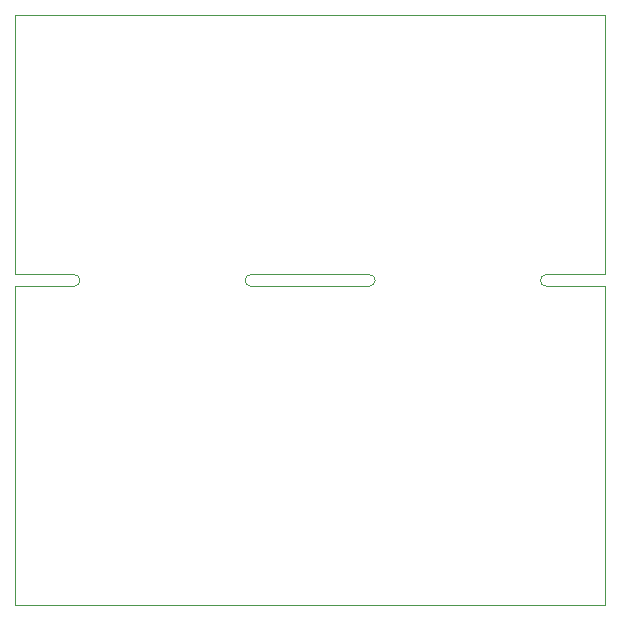
<source format=gko>
%FSLAX46Y46*%
%MOMM*%
%ADD10C,0.010000*%
G01*
G01*
%LPD*%
D10*
X5000000Y-3000000D02*
X-5000000Y-3000000D01*
D10*
X-5000000Y-2000000D02*
X5000000Y-2000000D01*
D10*
X-25000000Y20000000D02*
X25000000Y20000000D01*
D10*
X25000000Y20000000D02*
X25000000Y-2000000D01*
D10*
X25000000Y-2000000D02*
X20000000Y-2000000D01*
D10*
X20000000Y-3000000D02*
X25000000Y-3000000D01*
D10*
X25000000Y-3000000D02*
X25000000Y-30000000D01*
D10*
X25000000Y-30000000D02*
X-25000000Y-30000000D01*
D10*
X-25000000Y-30000000D02*
X-25000000Y-3000000D01*
D10*
X-25000000Y-3000000D02*
X-20000000Y-3000000D01*
D10*
X-20000000Y-2000000D02*
X-25000000Y-2000000D01*
D10*
X-25000000Y-2000000D02*
X-25000000Y20000000D01*
G75*
G02*
D10*
X-5000000Y-3000000D02*
X-5000000Y-2000000I0J500000D01*
G02*
D10*
X5000000Y-2000000D02*
X5000000Y-3000000I0J-500000D01*
G03*
D10*
X20000000Y-2000000D02*
X20000000Y-3000000I0J-500000D01*
G03*
D10*
X-20000000Y-3000000D02*
X-20000000Y-2000000I0J500000D01*
M02*

</source>
